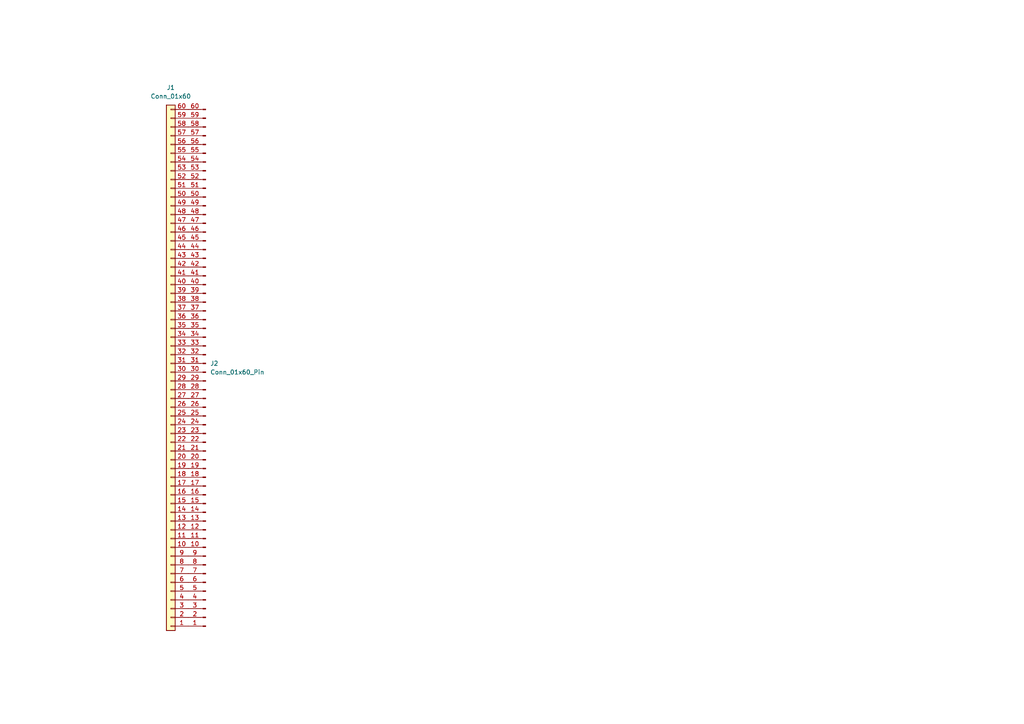
<source format=kicad_sch>
(kicad_sch (version 20250114) (generator "eeschema") (generator_version "9.0")
  (paper "A4")
  (lib_symbols
    (symbol "Connector:Conn_01x60_Pin" (pin_names (offset 1.016) (hide yes))
      (property "Reference" "J" (at 0 76.2 0))
      (property "Value" "Conn_01x60_Pin" (at 0 -78.74 0))
      (symbol "Conn_01x60_Pin_1_1"
        (rectangle (start 0.8636 73.787) (end 0 73.533) (stroke (width 0.1524)) (fill (type outline)))
        (rectangle (start 0.8636 71.247) (end 0 70.993) (stroke (width 0.1524)) (fill (type outline)))
        (rectangle (start 0.8636 68.707) (end 0 68.453) (stroke (width 0.1524)) (fill (type outline)))
        (rectangle (start 0.8636 66.167) (end 0 65.913) (stroke (width 0.1524)) (fill (type outline)))
        (rectangle (start 0.8636 63.627) (end 0 63.373) (stroke (width 0.1524)) (fill (type outline)))
        (rectangle (start 0.8636 61.087) (end 0 60.833) (stroke (width 0.1524)) (fill (type outline)))
        (rectangle (start 0.8636 58.547) (end 0 58.293) (stroke (width 0.1524)) (fill (type outline)))
        (rectangle (start 0.8636 56.007) (end 0 55.753) (stroke (width 0.1524)) (fill (type outline)))
        (rectangle (start 0.8636 53.467) (end 0 53.213) (stroke (width 0.1524)) (fill (type outline)))
        (rectangle (start 0.8636 50.927) (end 0 50.673) (stroke (width 0.1524)) (fill (type outline)))
        (rectangle (start 0.8636 48.387) (end 0 48.133) (stroke (width 0.1524)) (fill (type outline)))
        (rectangle (start 0.8636 45.847) (end 0 45.593) (stroke (width 0.1524)) (fill (type outline)))
        (rectangle (start 0.8636 43.307) (end 0 43.053) (stroke (width 0.1524)) (fill (type outline)))
        (rectangle (start 0.8636 40.767) (end 0 40.513) (stroke (width 0.1524)) (fill (type outline)))
        (rectangle (start 0.8636 38.227) (end 0 37.973) (stroke (width 0.1524)) (fill (type outline)))
        (rectangle (start 0.8636 35.687) (end 0 35.433) (stroke (width 0.1524)) (fill (type outline)))
        (rectangle (start 0.8636 33.147) (end 0 32.893) (stroke (width 0.1524)) (fill (type outline)))
        (rectangle (start 0.8636 30.607) (end 0 30.353) (stroke (width 0.1524)) (fill (type outline)))
        (rectangle (start 0.8636 28.067) (end 0 27.813) (stroke (width 0.1524)) (fill (type outline)))
        (rectangle (start 0.8636 25.527) (end 0 25.273) (stroke (width 0.1524)) (fill (type outline)))
        (rectangle (start 0.8636 22.987) (end 0 22.733) (stroke (width 0.1524)) (fill (type outline)))
        (rectangle (start 0.8636 20.447) (end 0 20.193) (stroke (width 0.1524)) (fill (type outline)))
        (rectangle (start 0.8636 17.907) (end 0 17.653) (stroke (width 0.1524)) (fill (type outline)))
        (rectangle (start 0.8636 15.367) (end 0 15.113) (stroke (width 0.1524)) (fill (type outline)))
        (rectangle (start 0.8636 12.827) (end 0 12.573) (stroke (width 0.1524)) (fill (type outline)))
        (rectangle (start 0.8636 10.287) (end 0 10.033) (stroke (width 0.1524)) (fill (type outline)))
        (rectangle (start 0.8636 7.747) (end 0 7.493) (stroke (width 0.1524)) (fill (type outline)))
        (rectangle (start 0.8636 5.207) (end 0 4.953) (stroke (width 0.1524)) (fill (type outline)))
        (rectangle (start 0.8636 2.667) (end 0 2.413) (stroke (width 0.1524)) (fill (type outline)))
        (rectangle (start 0.8636 0.127) (end 0 -0.127) (stroke (width 0.1524)) (fill (type outline)))
        (rectangle (start 0.8636 -2.413) (end 0 -2.667) (stroke (width 0.1524)) (fill (type outline)))
        (rectangle (start 0.8636 -4.953) (end 0 -5.207) (stroke (width 0.1524)) (fill (type outline)))
        (rectangle (start 0.8636 -7.493) (end 0 -7.747) (stroke (width 0.1524)) (fill (type outline)))
        (rectangle (start 0.8636 -10.033) (end 0 -10.287) (stroke (width 0.1524)) (fill (type outline)))
        (rectangle (start 0.8636 -12.573) (end 0 -12.827) (stroke (width 0.1524)) (fill (type outline)))
        (rectangle (start 0.8636 -15.113) (end 0 -15.367) (stroke (width 0.1524)) (fill (type outline)))
        (rectangle (start 0.8636 -17.653) (end 0 -17.907) (stroke (width 0.1524)) (fill (type outline)))
        (rectangle (start 0.8636 -20.193) (end 0 -20.447) (stroke (width 0.1524)) (fill (type outline)))
        (rectangle (start 0.8636 -22.733) (end 0 -22.987) (stroke (width 0.1524)) (fill (type outline)))
        (rectangle (start 0.8636 -25.273) (end 0 -25.527) (stroke (width 0.1524)) (fill (type outline)))
        (rectangle (start 0.8636 -27.813) (end 0 -28.067) (stroke (width 0.1524)) (fill (type outline)))
        (rectangle (start 0.8636 -30.353) (end 0 -30.607) (stroke (width 0.1524)) (fill (type outline)))
        (rectangle (start 0.8636 -32.893) (end 0 -33.147) (stroke (width 0.1524)) (fill (type outline)))
        (rectangle (start 0.8636 -35.433) (end 0 -35.687) (stroke (width 0.1524)) (fill (type outline)))
        (rectangle (start 0.8636 -37.973) (end 0 -38.227) (stroke (width 0.1524)) (fill (type outline)))
        (rectangle (start 0.8636 -40.513) (end 0 -40.767) (stroke (width 0.1524)) (fill (type outline)))
        (rectangle (start 0.8636 -43.053) (end 0 -43.307) (stroke (width 0.1524)) (fill (type outline)))
        (rectangle (start 0.8636 -45.593) (end 0 -45.847) (stroke (width 0.1524)) (fill (type outline)))
        (rectangle (start 0.8636 -48.133) (end 0 -48.387) (stroke (width 0.1524)) (fill (type outline)))
        (rectangle (start 0.8636 -50.673) (end 0 -50.927) (stroke (width 0.1524)) (fill (type outline)))
        (rectangle (start 0.8636 -53.213) (end 0 -53.467) (stroke (width 0.1524)) (fill (type outline)))
        (rectangle (start 0.8636 -55.753) (end 0 -56.007) (stroke (width 0.1524)) (fill (type outline)))
        (rectangle (start 0.8636 -58.293) (end 0 -58.547) (stroke (width 0.1524)) (fill (type outline)))
        (rectangle (start 0.8636 -60.833) (end 0 -61.087) (stroke (width 0.1524)) (fill (type outline)))
        (rectangle (start 0.8636 -63.373) (end 0 -63.627) (stroke (width 0.1524)) (fill (type outline)))
        (rectangle (start 0.8636 -65.913) (end 0 -66.167) (stroke (width 0.1524)) (fill (type outline)))
        (rectangle (start 0.8636 -68.453) (end 0 -68.707) (stroke (width 0.1524)) (fill (type outline)))
        (rectangle (start 0.8636 -70.993) (end 0 -71.247) (stroke (width 0.1524)) (fill (type outline)))
        (rectangle (start 0.8636 -73.533) (end 0 -73.787) (stroke (width 0.1524)) (fill (type outline)))
        (rectangle (start 0.8636 -76.073) (end 0 -76.327) (stroke (width 0.1524)) (fill (type outline)))
        (polyline (pts (xy 1.27 73.66) (xy 0.8636 73.66)) (stroke (width 0.1524)))
        (polyline (pts (xy 1.27 71.12) (xy 0.8636 71.12)) (stroke (width 0.1524)))
        (polyline (pts (xy 1.27 68.58) (xy 0.8636 68.58)) (stroke (width 0.1524)))
        (polyline (pts (xy 1.27 66.04) (xy 0.8636 66.04)) (stroke (width 0.1524)))
        (polyline (pts (xy 1.27 63.5) (xy 0.8636 63.5)) (stroke (width 0.1524)))
        (polyline (pts (xy 1.27 60.96) (xy 0.8636 60.96)) (stroke (width 0.1524)))
        (polyline (pts (xy 1.27 58.42) (xy 0.8636 58.42)) (stroke (width 0.1524)))
        (polyline (pts (xy 1.27 55.88) (xy 0.8636 55.88)) (stroke (width 0.1524)))
        (polyline (pts (xy 1.27 53.34) (xy 0.8636 53.34)) (stroke (width 0.1524)))
        (polyline (pts (xy 1.27 50.8) (xy 0.8636 50.8)) (stroke (width 0.1524)))
        (polyline (pts (xy 1.27 48.26) (xy 0.8636 48.26)) (stroke (width 0.1524)))
        (polyline (pts (xy 1.27 45.72) (xy 0.8636 45.72)) (stroke (width 0.1524)))
        (polyline (pts (xy 1.27 43.18) (xy 0.8636 43.18)) (stroke (width 0.1524)))
        (polyline (pts (xy 1.27 40.64) (xy 0.8636 40.64)) (stroke (width 0.1524)))
        (polyline (pts (xy 1.27 38.1) (xy 0.8636 38.1)) (stroke (width 0.1524)))
        (polyline (pts (xy 1.27 35.56) (xy 0.8636 35.56)) (stroke (width 0.1524)))
        (polyline (pts (xy 1.27 33.02) (xy 0.8636 33.02)) (stroke (width 0.1524)))
        (polyline (pts (xy 1.27 30.48) (xy 0.8636 30.48)) (stroke (width 0.1524)))
        (polyline (pts (xy 1.27 27.94) (xy 0.8636 27.94)) (stroke (width 0.1524)))
        (polyline (pts (xy 1.27 25.4) (xy 0.8636 25.4)) (stroke (width 0.1524)))
        (polyline (pts (xy 1.27 22.86) (xy 0.8636 22.86)) (stroke (width 0.1524)))
        (polyline (pts (xy 1.27 20.32) (xy 0.8636 20.32)) (stroke (width 0.1524)))
        (polyline (pts (xy 1.27 17.78) (xy 0.8636 17.78)) (stroke (width 0.1524)))
        (polyline (pts (xy 1.27 15.24) (xy 0.8636 15.24)) (stroke (width 0.1524)))
        (polyline (pts (xy 1.27 12.7) (xy 0.8636 12.7)) (stroke (width 0.1524)))
        (polyline (pts (xy 1.27 10.16) (xy 0.8636 10.16)) (stroke (width 0.1524)))
        (polyline (pts (xy 1.27 7.62) (xy 0.8636 7.62)) (stroke (width 0.1524)))
        (polyline (pts (xy 1.27 5.08) (xy 0.8636 5.08)) (stroke (width 0.1524)))
        (polyline (pts (xy 1.27 2.54) (xy 0.8636 2.54)) (stroke (width 0.1524)))
        (polyline (pts (xy 1.27 0) (xy 0.8636 0)) (stroke (width 0.1524)))
        (polyline (pts (xy 1.27 -2.54) (xy 0.8636 -2.54)) (stroke (width 0.1524)))
        (polyline (pts (xy 1.27 -5.08) (xy 0.8636 -5.08)) (stroke (width 0.1524)))
        (polyline (pts (xy 1.27 -7.62) (xy 0.8636 -7.62)) (stroke (width 0.1524)))
        (polyline (pts (xy 1.27 -10.16) (xy 0.8636 -10.16)) (stroke (width 0.1524)))
        (polyline (pts (xy 1.27 -12.7) (xy 0.8636 -12.7)) (stroke (width 0.1524)))
        (polyline (pts (xy 1.27 -15.24) (xy 0.8636 -15.24)) (stroke (width 0.1524)))
        (polyline (pts (xy 1.27 -17.78) (xy 0.8636 -17.78)) (stroke (width 0.1524)))
        (polyline (pts (xy 1.27 -20.32) (xy 0.8636 -20.32)) (stroke (width 0.1524)))
        (polyline (pts (xy 1.27 -22.86) (xy 0.8636 -22.86)) (stroke (width 0.1524)))
        (polyline (pts (xy 1.27 -25.4) (xy 0.8636 -25.4)) (stroke (width 0.1524)))
        (polyline (pts (xy 1.27 -27.94) (xy 0.8636 -27.94)) (stroke (width 0.1524)))
        (polyline (pts (xy 1.27 -30.48) (xy 0.8636 -30.48)) (stroke (width 0.1524)))
        (polyline (pts (xy 1.27 -33.02) (xy 0.8636 -33.02)) (stroke (width 0.1524)))
        (polyline (pts (xy 1.27 -35.56) (xy 0.8636 -35.56)) (stroke (width 0.1524)))
        (polyline (pts (xy 1.27 -38.1) (xy 0.8636 -38.1)) (stroke (width 0.1524)))
        (polyline (pts (xy 1.27 -40.64) (xy 0.8636 -40.64)) (stroke (width 0.1524)))
        (polyline (pts (xy 1.27 -43.18) (xy 0.8636 -43.18)) (stroke (width 0.1524)))
        (polyline (pts (xy 1.27 -45.72) (xy 0.8636 -45.72)) (stroke (width 0.1524)))
        (polyline (pts (xy 1.27 -48.26) (xy 0.8636 -48.26)) (stroke (width 0.1524)))
        (polyline (pts (xy 1.27 -50.8) (xy 0.8636 -50.8)) (stroke (width 0.1524)))
        (polyline (pts (xy 1.27 -53.34) (xy 0.8636 -53.34)) (stroke (width 0.1524)))
        (polyline (pts (xy 1.27 -55.88) (xy 0.8636 -55.88)) (stroke (width 0.1524)))
        (polyline (pts (xy 1.27 -58.42) (xy 0.8636 -58.42)) (stroke (width 0.1524)))
        (polyline (pts (xy 1.27 -60.96) (xy 0.8636 -60.96)) (stroke (width 0.1524)))
        (polyline (pts (xy 1.27 -63.5) (xy 0.8636 -63.5)) (stroke (width 0.1524)))
        (polyline (pts (xy 1.27 -66.04) (xy 0.8636 -66.04)) (stroke (width 0.1524)))
        (polyline (pts (xy 1.27 -68.58) (xy 0.8636 -68.58)) (stroke (width 0.1524)))
        (polyline (pts (xy 1.27 -71.12) (xy 0.8636 -71.12)) (stroke (width 0.1524)))
        (polyline (pts (xy 1.27 -73.66) (xy 0.8636 -73.66)) (stroke (width 0.1524)))
        (polyline (pts (xy 1.27 -76.2) (xy 0.8636 -76.2)) (stroke (width 0.1524)))
        (pin passive line (at 5.08 73.66 180) (length 3.81) (name "Pin_1") (number "1"))
        (pin passive line (at 5.08 71.12 180) (length 3.81) (name "Pin_2") (number "2"))
        (pin passive line (at 5.08 68.58 180) (length 3.81) (name "Pin_3") (number "3"))
        (pin passive line (at 5.08 66.04 180) (length 3.81) (name "Pin_4") (number "4"))
        (pin passive line (at 5.08 63.5 180) (length 3.81) (name "Pin_5") (number "5"))
        (pin passive line (at 5.08 60.96 180) (length 3.81) (name "Pin_6") (number "6"))
        (pin passive line (at 5.08 58.42 180) (length 3.81) (name "Pin_7") (number "7"))
        (pin passive line (at 5.08 55.88 180) (length 3.81) (name "Pin_8") (number "8"))
        (pin passive line (at 5.08 53.34 180) (length 3.81) (name "Pin_9") (number "9"))
        (pin passive line (at 5.08 50.8 180) (length 3.81) (name "Pin_10") (number "10"))
        (pin passive line (at 5.08 48.26 180) (length 3.81) (name "Pin_11") (number "11"))
        (pin passive line (at 5.08 45.72 180) (length 3.81) (name "Pin_12") (number "12"))
        (pin passive line (at 5.08 43.18 180) (length 3.81) (name "Pin_13") (number "13"))
        (pin passive line (at 5.08 40.64 180) (length 3.81) (name "Pin_14") (number "14"))
        (pin passive line (at 5.08 38.1 180) (length 3.81) (name "Pin_15") (number "15"))
        (pin passive line (at 5.08 35.56 180) (length 3.81) (name "Pin_16") (number "16"))
        (pin passive line (at 5.08 33.02 180) (length 3.81) (name "Pin_17") (number "17"))
        (pin passive line (at 5.08 30.48 180) (length 3.81) (name "Pin_18") (number "18"))
        (pin passive line (at 5.08 27.94 180) (length 3.81) (name "Pin_19") (number "19"))
        (pin passive line (at 5.08 25.4 180) (length 3.81) (name "Pin_20") (number "20"))
        (pin passive line (at 5.08 22.86 180) (length 3.81) (name "Pin_21") (number "21"))
        (pin passive line (at 5.08 20.32 180) (length 3.81) (name "Pin_22") (number "22"))
        (pin passive line (at 5.08 17.78 180) (length 3.81) (name "Pin_23") (number "23"))
        (pin passive line (at 5.08 15.24 180) (length 3.81) (name "Pin_24") (number "24"))
        (pin passive line (at 5.08 12.7 180) (length 3.81) (name "Pin_25") (number "25"))
        (pin passive line (at 5.08 10.16 180) (length 3.81) (name "Pin_26") (number "26"))
        (pin passive line (at 5.08 7.62 180) (length 3.81) (name "Pin_27") (number "27"))
        (pin passive line (at 5.08 5.08 180) (length 3.81) (name "Pin_28") (number "28"))
        (pin passive line (at 5.08 2.54 180) (length 3.81) (name "Pin_29") (number "29"))
        (pin passive line (at 5.08 0 180) (length 3.81) (name "Pin_30") (number "30"))
        (pin passive line (at 5.08 -2.54 180) (length 3.81) (name "Pin_31") (number "31"))
        (pin passive line (at 5.08 -5.08 180) (length 3.81) (name "Pin_32") (number "32"))
        (pin passive line (at 5.08 -7.62 180) (length 3.81) (name "Pin_33") (number "33"))
        (pin passive line (at 5.08 -10.16 180) (length 3.81) (name "Pin_34") (number "34"))
        (pin passive line (at 5.08 -12.7 180) (length 3.81) (name "Pin_35") (number "35"))
        (pin passive line (at 5.08 -15.24 180) (length 3.81) (name "Pin_36") (number "36"))
        (pin passive line (at 5.08 -17.78 180) (length 3.81) (name "Pin_37") (number "37"))
        (pin passive line (at 5.08 -20.32 180) (length 3.81) (name "Pin_38") (number "38"))
        (pin passive line (at 5.08 -22.86 180) (length 3.81) (name "Pin_39") (number "39"))
        (pin passive line (at 5.08 -25.4 180) (length 3.81) (name "Pin_40") (number "40"))
        (pin passive line (at 5.08 -27.94 180) (length 3.81) (name "Pin_41") (number "41"))
        (pin passive line (at 5.08 -30.48 180) (length 3.81) (name "Pin_42") (number "42"))
        (pin passive line (at 5.08 -33.02 180) (length 3.81) (name "Pin_43") (number "43"))
        (pin passive line (at 5.08 -35.56 180) (length 3.81) (name "Pin_44") (number "44"))
        (pin passive line (at 5.08 -38.1 180) (length 3.81) (name "Pin_45") (number "45"))
        (pin passive line (at 5.08 -40.64 180) (length 3.81) (name "Pin_46") (number "46"))
        (pin passive line (at 5.08 -43.18 180) (length 3.81) (name "Pin_47") (number "47"))
        (pin passive line (at 5.08 -45.72 180) (length 3.81) (name "Pin_48") (number "48"))
        (pin passive line (at 5.08 -48.26 180) (length 3.81) (name "Pin_49") (number "49"))
        (pin passive line (at 5.08 -50.8 180) (length 3.81) (name "Pin_50") (number "50"))
        (pin passive line (at 5.08 -53.34 180) (length 3.81) (name "Pin_51") (number "51"))
        (pin passive line (at 5.08 -55.88 180) (length 3.81) (name "Pin_52") (number "52"))
        (pin passive line (at 5.08 -58.42 180) (length 3.81) (name "Pin_53") (number "53"))
        (pin passive line (at 5.08 -60.96 180) (length 3.81) (name "Pin_54") (number "54"))
        (pin passive line (at 5.08 -63.5 180) (length 3.81) (name "Pin_55") (number "55"))
        (pin passive line (at 5.08 -66.04 180) (length 3.81) (name "Pin_56") (number "56"))
        (pin passive line (at 5.08 -68.58 180) (length 3.81) (name "Pin_57") (number "57"))
        (pin passive line (at 5.08 -71.12 180) (length 3.81) (name "Pin_58") (number "58"))
        (pin passive line (at 5.08 -73.66 180) (length 3.81) (name "Pin_59") (number "59"))
        (pin passive line (at 5.08 -76.2 180) (length 3.81) (name "Pin_60") (number "60"))
      )
    )
    (symbol "Connector_Generic:Conn_01x60" (pin_names (offset 1.016) (hide yes))
      (property "Reference" "J" (at 0 76.2 0))
      (property "Value" "Conn_01x60" (at 0 -78.74 0))
      (symbol "Conn_01x60_1_1"
        (rectangle (start -1.27 74.93) (end 1.27 -77.47) (stroke (width 0.254)) (fill (type background)))
        (rectangle (start -1.27 73.787) (end 0 73.533) (stroke (width 0.1524)))
        (rectangle (start -1.27 71.247) (end 0 70.993) (stroke (width 0.1524)))
        (rectangle (start -1.27 68.707) (end 0 68.453) (stroke (width 0.1524)))
        (rectangle (start -1.27 66.167) (end 0 65.913) (stroke (width 0.1524)))
        (rectangle (start -1.27 63.627) (end 0 63.373) (stroke (width 0.1524)))
        (rectangle (start -1.27 61.087) (end 0 60.833) (stroke (width 0.1524)))
        (rectangle (start -1.27 58.547) (end 0 58.293) (stroke (width 0.1524)))
        (rectangle (start -1.27 56.007) (end 0 55.753) (stroke (width 0.1524)))
        (rectangle (start -1.27 53.467) (end 0 53.213) (stroke (width 0.1524)))
        (rectangle (start -1.27 50.927) (end 0 50.673) (stroke (width 0.1524)))
        (rectangle (start -1.27 48.387) (end 0 48.133) (stroke (width 0.1524)))
        (rectangle (start -1.27 45.847) (end 0 45.593) (stroke (width 0.1524)))
        (rectangle (start -1.27 43.307) (end 0 43.053) (stroke (width 0.1524)))
        (rectangle (start -1.27 40.767) (end 0 40.513) (stroke (width 0.1524)))
        (rectangle (start -1.27 38.227) (end 0 37.973) (stroke (width 0.1524)))
        (rectangle (start -1.27 35.687) (end 0 35.433) (stroke (width 0.1524)))
        (rectangle (start -1.27 33.147) (end 0 32.893) (stroke (width 0.1524)))
        (rectangle (start -1.27 30.607) (end 0 30.353) (stroke (width 0.1524)))
        (rectangle (start -1.27 28.067) (end 0 27.813) (stroke (width 0.1524)))
        (rectangle (start -1.27 25.527) (end 0 25.273) (stroke (width 0.1524)))
        (rectangle (start -1.27 22.987) (end 0 22.733) (stroke (width 0.1524)))
        (rectangle (start -1.27 20.447) (end 0 20.193) (stroke (width 0.1524)))
        (rectangle (start -1.27 17.907) (end 0 17.653) (stroke (width 0.1524)))
        (rectangle (start -1.27 15.367) (end 0 15.113) (stroke (width 0.1524)))
        (rectangle (start -1.27 12.827) (end 0 12.573) (stroke (width 0.1524)))
        (rectangle (start -1.27 10.287) (end 0 10.033) (stroke (width 0.1524)))
        (rectangle (start -1.27 7.747) (end 0 7.493) (stroke (width 0.1524)))
        (rectangle (start -1.27 5.207) (end 0 4.953) (stroke (width 0.1524)))
        (rectangle (start -1.27 2.667) (end 0 2.413) (stroke (width 0.1524)))
        (rectangle (start -1.27 0.127) (end 0 -0.127) (stroke (width 0.1524)))
        (rectangle (start -1.27 -2.413) (end 0 -2.667) (stroke (width 0.1524)))
        (rectangle (start -1.27 -4.953) (end 0 -5.207) (stroke (width 0.1524)))
        (rectangle (start -1.27 -7.493) (end 0 -7.747) (stroke (width 0.1524)))
        (rectangle (start -1.27 -10.033) (end 0 -10.287) (stroke (width 0.1524)))
        (rectangle (start -1.27 -12.573) (end 0 -12.827) (stroke (width 0.1524)))
        (rectangle (start -1.27 -15.113) (end 0 -15.367) (stroke (width 0.1524)))
        (rectangle (start -1.27 -17.653) (end 0 -17.907) (stroke (width 0.1524)))
        (rectangle (start -1.27 -20.193) (end 0 -20.447) (stroke (width 0.1524)))
        (rectangle (start -1.27 -22.733) (end 0 -22.987) (stroke (width 0.1524)))
        (rectangle (start -1.27 -25.273) (end 0 -25.527) (stroke (width 0.1524)))
        (rectangle (start -1.27 -27.813) (end 0 -28.067) (stroke (width 0.1524)))
        (rectangle (start -1.27 -30.353) (end 0 -30.607) (stroke (width 0.1524)))
        (rectangle (start -1.27 -32.893) (end 0 -33.147) (stroke (width 0.1524)))
        (rectangle (start -1.27 -35.433) (end 0 -35.687) (stroke (width 0.1524)))
        (rectangle (start -1.27 -37.973) (end 0 -38.227) (stroke (width 0.1524)))
        (rectangle (start -1.27 -40.513) (end 0 -40.767) (stroke (width 0.1524)))
        (rectangle (start -1.27 -43.053) (end 0 -43.307) (stroke (width 0.1524)))
        (rectangle (start -1.27 -45.593) (end 0 -45.847) (stroke (width 0.1524)))
        (rectangle (start -1.27 -48.133) (end 0 -48.387) (stroke (width 0.1524)))
        (rectangle (start -1.27 -50.673) (end 0 -50.927) (stroke (width 0.1524)))
        (rectangle (start -1.27 -53.213) (end 0 -53.467) (stroke (width 0.1524)))
        (rectangle (start -1.27 -55.753) (end 0 -56.007) (stroke (width 0.1524)))
        (rectangle (start -1.27 -58.293) (end 0 -58.547) (stroke (width 0.1524)))
        (rectangle (start -1.27 -60.833) (end 0 -61.087) (stroke (width 0.1524)))
        (rectangle (start -1.27 -63.373) (end 0 -63.627) (stroke (width 0.1524)))
        (rectangle (start -1.27 -65.913) (end 0 -66.167) (stroke (width 0.1524)))
        (rectangle (start -1.27 -68.453) (end 0 -68.707) (stroke (width 0.1524)))
        (rectangle (start -1.27 -70.993) (end 0 -71.247) (stroke (width 0.1524)))
        (rectangle (start -1.27 -73.533) (end 0 -73.787) (stroke (width 0.1524)))
        (rectangle (start -1.27 -76.073) (end 0 -76.327) (stroke (width 0.1524)))
        (pin passive line (at -5.08 73.66 0) (length 3.81) (name "Pin_1") (number "1"))
        (pin passive line (at -5.08 71.12 0) (length 3.81) (name "Pin_2") (number "2"))
        (pin passive line (at -5.08 68.58 0) (length 3.81) (name "Pin_3") (number "3"))
        (pin passive line (at -5.08 66.04 0) (length 3.81) (name "Pin_4") (number "4"))
        (pin passive line (at -5.08 63.5 0) (length 3.81) (name "Pin_5") (number "5"))
        (pin passive line (at -5.08 60.96 0) (length 3.81) (name "Pin_6") (number "6"))
        (pin passive line (at -5.08 58.42 0) (length 3.81) (name "Pin_7") (number "7"))
        (pin passive line (at -5.08 55.88 0) (length 3.81) (name "Pin_8") (number "8"))
        (pin passive line (at -5.08 53.34 0) (length 3.81) (name "Pin_9") (number "9"))
        (pin passive line (at -5.08 50.8 0) (length 3.81) (name "Pin_10") (number "10"))
        (pin passive line (at -5.08 48.26 0) (length 3.81) (name "Pin_11") (number "11"))
        (pin passive line (at -5.08 45.72 0) (length 3.81) (name "Pin_12") (number "12"))
        (pin passive line (at -5.08 43.18 0) (length 3.81) (name "Pin_13") (number "13"))
        (pin passive line (at -5.08 40.64 0) (length 3.81) (name "Pin_14") (number "14"))
        (pin passive line (at -5.08 38.1 0) (length 3.81) (name "Pin_15") (number "15"))
        (pin passive line (at -5.08 35.56 0) (length 3.81) (name "Pin_16") (number "16"))
        (pin passive line (at -5.08 33.02 0) (length 3.81) (name "Pin_17") (number "17"))
        (pin passive line (at -5.08 30.48 0) (length 3.81) (name "Pin_18") (number "18"))
        (pin passive line (at -5.08 27.94 0) (length 3.81) (name "Pin_19") (number "19"))
        (pin passive line (at -5.08 25.4 0) (length 3.81) (name "Pin_20") (number "20"))
        (pin passive line (at -5.08 22.86 0) (length 3.81) (name "Pin_21") (number "21"))
        (pin passive line (at -5.08 20.32 0) (length 3.81) (name "Pin_22") (number "22"))
        (pin passive line (at -5.08 17.78 0) (length 3.81) (name "Pin_23") (number "23"))
        (pin passive line (at -5.08 15.24 0) (length 3.81) (name "Pin_24") (number "24"))
        (pin passive line (at -5.08 12.7 0) (length 3.81) (name "Pin_25") (number "25"))
        (pin passive line (at -5.08 10.16 0) (length 3.81) (name "Pin_26") (number "26"))
        (pin passive line (at -5.08 7.62 0) (length 3.81) (name "Pin_27") (number "27"))
        (pin passive line (at -5.08 5.08 0) (length 3.81) (name "Pin_28") (number "28"))
        (pin passive line (at -5.08 2.54 0) (length 3.81) (name "Pin_29") (number "29"))
        (pin passive line (at -5.08 0 0) (length 3.81) (name "Pin_30") (number "30"))
        (pin passive line (at -5.08 -2.54 0) (length 3.81) (name "Pin_31") (number "31"))
        (pin passive line (at -5.08 -5.08 0) (length 3.81) (name "Pin_32") (number "32"))
        (pin passive line (at -5.08 -7.62 0) (length 3.81) (name "Pin_33") (number "33"))
        (pin passive line (at -5.08 -10.16 0) (length 3.81) (name "Pin_34") (number "34"))
        (pin passive line (at -5.08 -12.7 0) (length 3.81) (name "Pin_35") (number "35"))
        (pin passive line (at -5.08 -15.24 0) (length 3.81) (name "Pin_36") (number "36"))
        (pin passive line (at -5.08 -17.78 0) (length 3.81) (name "Pin_37") (number "37"))
        (pin passive line (at -5.08 -20.32 0) (length 3.81) (name "Pin_38") (number "38"))
        (pin passive line (at -5.08 -22.86 0) (length 3.81) (name "Pin_39") (number "39"))
        (pin passive line (at -5.08 -25.4 0) (length 3.81) (name "Pin_40") (number "40"))
        (pin passive line (at -5.08 -27.94 0) (length 3.81) (name "Pin_41") (number "41"))
        (pin passive line (at -5.08 -30.48 0) (length 3.81) (name "Pin_42") (number "42"))
        (pin passive line (at -5.08 -33.02 0) (length 3.81) (name "Pin_43") (number "43"))
        (pin passive line (at -5.08 -35.56 0) (length 3.81) (name "Pin_44") (number "44"))
        (pin passive line (at -5.08 -38.1 0) (length 3.81) (name "Pin_45") (number "45"))
        (pin passive line (at -5.08 -40.64 0) (length 3.81) (name "Pin_46") (number "46"))
        (pin passive line (at -5.08 -43.18 0) (length 3.81) (name "Pin_47") (number "47"))
        (pin passive line (at -5.08 -45.72 0) (length 3.81) (name "Pin_48") (number "48"))
        (pin passive line (at -5.08 -48.26 0) (length 3.81) (name "Pin_49") (number "49"))
        (pin passive line (at -5.08 -50.8 0) (length 3.81) (name "Pin_50") (number "50"))
        (pin passive line (at -5.08 -53.34 0) (length 3.81) (name "Pin_51") (number "51"))
        (pin passive line (at -5.08 -55.88 0) (length 3.81) (name "Pin_52") (number "52"))
        (pin passive line (at -5.08 -58.42 0) (length 3.81) (name "Pin_53") (number "53"))
        (pin passive line (at -5.08 -60.96 0) (length 3.81) (name "Pin_54") (number "54"))
        (pin passive line (at -5.08 -63.5 0) (length 3.81) (name "Pin_55") (number "55"))
        (pin passive line (at -5.08 -66.04 0) (length 3.81) (name "Pin_56") (number "56"))
        (pin passive line (at -5.08 -68.58 0) (length 3.81) (name "Pin_57") (number "57"))
        (pin passive line (at -5.08 -71.12 0) (length 3.81) (name "Pin_58") (number "58"))
        (pin passive line (at -5.08 -73.66 0) (length 3.81) (name "Pin_59") (number "59"))
        (pin passive line (at -5.08 -76.2 0) (length 3.81) (name "Pin_60") (number "60"))
      )
    )
  )
  (symbol (lib_id "Connector:Conn_01x60_Pin") (at 59.69 107.95 180) (unit 1)
    (property "Reference" "J2" (at 60.96 105.4099 0) (effects (justify right)))
    (property "Value" "Conn_01x60_Pin" (at 60.96 107.9499 0) (effects (justify right)))
    (property "Footprint" "Connector_PinHeader_2.54mm:PinHeader_2x30_P2.54mm_Vertical" (effects (hide yes)))
    (property "Description" "\"Generic connector, single row, 01x60, script generated\"" (effects (hide yes)))
  )
  (symbol (lib_id "Connector_Generic:Conn_01x60") (at 49.53 107.95 180) (unit 1)
    (property "Reference" "J1" (at 49.53 25.4 0))
    (property "Value" "Conn_01x60" (at 49.53 27.94 0))
    (property "Footprint" "ExternalParts:CON_2004850460_MOL" (effects (hide yes)))
    (property "Description" "\"Generic connector, single row, 01x60, script generated\"" (effects (hide yes)))
  )
)
</source>
